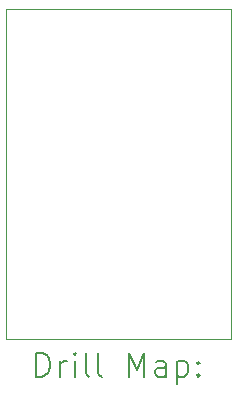
<source format=gbr>
%TF.GenerationSoftware,KiCad,Pcbnew,8.0.8*%
%TF.CreationDate,2025-01-25T22:43:30+07:00*%
%TF.ProjectId,Pton1,50746f6e-312e-46b6-9963-61645f706362,rev?*%
%TF.SameCoordinates,Original*%
%TF.FileFunction,Drillmap*%
%TF.FilePolarity,Positive*%
%FSLAX45Y45*%
G04 Gerber Fmt 4.5, Leading zero omitted, Abs format (unit mm)*
G04 Created by KiCad (PCBNEW 8.0.8) date 2025-01-25 22:43:30*
%MOMM*%
%LPD*%
G01*
G04 APERTURE LIST*
%ADD10C,0.050000*%
%ADD11C,0.200000*%
G04 APERTURE END LIST*
D10*
X8763000Y-4191000D02*
X10668000Y-4191000D01*
X10668000Y-6985000D01*
X8763000Y-6985000D01*
X8763000Y-4191000D01*
D11*
X9021277Y-7298984D02*
X9021277Y-7098984D01*
X9021277Y-7098984D02*
X9068896Y-7098984D01*
X9068896Y-7098984D02*
X9097467Y-7108508D01*
X9097467Y-7108508D02*
X9116515Y-7127555D01*
X9116515Y-7127555D02*
X9126039Y-7146603D01*
X9126039Y-7146603D02*
X9135563Y-7184698D01*
X9135563Y-7184698D02*
X9135563Y-7213269D01*
X9135563Y-7213269D02*
X9126039Y-7251365D01*
X9126039Y-7251365D02*
X9116515Y-7270412D01*
X9116515Y-7270412D02*
X9097467Y-7289460D01*
X9097467Y-7289460D02*
X9068896Y-7298984D01*
X9068896Y-7298984D02*
X9021277Y-7298984D01*
X9221277Y-7298984D02*
X9221277Y-7165650D01*
X9221277Y-7203746D02*
X9230801Y-7184698D01*
X9230801Y-7184698D02*
X9240324Y-7175174D01*
X9240324Y-7175174D02*
X9259372Y-7165650D01*
X9259372Y-7165650D02*
X9278420Y-7165650D01*
X9345086Y-7298984D02*
X9345086Y-7165650D01*
X9345086Y-7098984D02*
X9335563Y-7108508D01*
X9335563Y-7108508D02*
X9345086Y-7118031D01*
X9345086Y-7118031D02*
X9354610Y-7108508D01*
X9354610Y-7108508D02*
X9345086Y-7098984D01*
X9345086Y-7098984D02*
X9345086Y-7118031D01*
X9468896Y-7298984D02*
X9449848Y-7289460D01*
X9449848Y-7289460D02*
X9440324Y-7270412D01*
X9440324Y-7270412D02*
X9440324Y-7098984D01*
X9573658Y-7298984D02*
X9554610Y-7289460D01*
X9554610Y-7289460D02*
X9545086Y-7270412D01*
X9545086Y-7270412D02*
X9545086Y-7098984D01*
X9802229Y-7298984D02*
X9802229Y-7098984D01*
X9802229Y-7098984D02*
X9868896Y-7241841D01*
X9868896Y-7241841D02*
X9935563Y-7098984D01*
X9935563Y-7098984D02*
X9935563Y-7298984D01*
X10116515Y-7298984D02*
X10116515Y-7194222D01*
X10116515Y-7194222D02*
X10106991Y-7175174D01*
X10106991Y-7175174D02*
X10087944Y-7165650D01*
X10087944Y-7165650D02*
X10049848Y-7165650D01*
X10049848Y-7165650D02*
X10030801Y-7175174D01*
X10116515Y-7289460D02*
X10097467Y-7298984D01*
X10097467Y-7298984D02*
X10049848Y-7298984D01*
X10049848Y-7298984D02*
X10030801Y-7289460D01*
X10030801Y-7289460D02*
X10021277Y-7270412D01*
X10021277Y-7270412D02*
X10021277Y-7251365D01*
X10021277Y-7251365D02*
X10030801Y-7232317D01*
X10030801Y-7232317D02*
X10049848Y-7222793D01*
X10049848Y-7222793D02*
X10097467Y-7222793D01*
X10097467Y-7222793D02*
X10116515Y-7213269D01*
X10211753Y-7165650D02*
X10211753Y-7365650D01*
X10211753Y-7175174D02*
X10230801Y-7165650D01*
X10230801Y-7165650D02*
X10268896Y-7165650D01*
X10268896Y-7165650D02*
X10287944Y-7175174D01*
X10287944Y-7175174D02*
X10297467Y-7184698D01*
X10297467Y-7184698D02*
X10306991Y-7203746D01*
X10306991Y-7203746D02*
X10306991Y-7260888D01*
X10306991Y-7260888D02*
X10297467Y-7279936D01*
X10297467Y-7279936D02*
X10287944Y-7289460D01*
X10287944Y-7289460D02*
X10268896Y-7298984D01*
X10268896Y-7298984D02*
X10230801Y-7298984D01*
X10230801Y-7298984D02*
X10211753Y-7289460D01*
X10392705Y-7279936D02*
X10402229Y-7289460D01*
X10402229Y-7289460D02*
X10392705Y-7298984D01*
X10392705Y-7298984D02*
X10383182Y-7289460D01*
X10383182Y-7289460D02*
X10392705Y-7279936D01*
X10392705Y-7279936D02*
X10392705Y-7298984D01*
X10392705Y-7175174D02*
X10402229Y-7184698D01*
X10402229Y-7184698D02*
X10392705Y-7194222D01*
X10392705Y-7194222D02*
X10383182Y-7184698D01*
X10383182Y-7184698D02*
X10392705Y-7175174D01*
X10392705Y-7175174D02*
X10392705Y-7194222D01*
M02*

</source>
